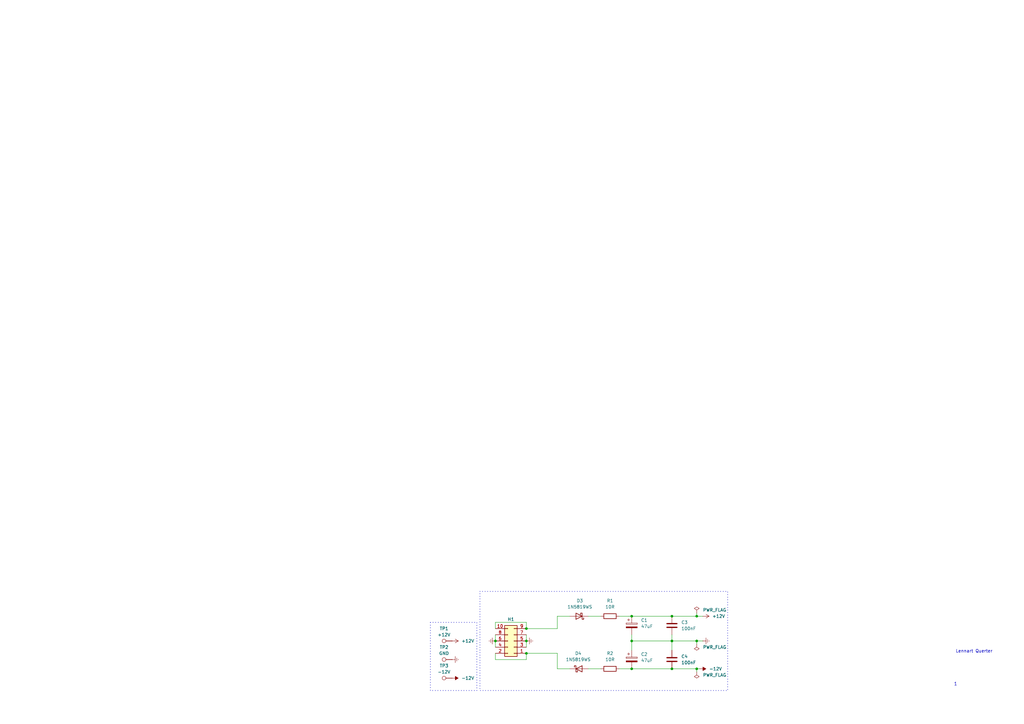
<source format=kicad_sch>
(kicad_sch (version 20231120) (generator "eeschema") (generator_version "8.0")
  (paper "A3")
  (lib_symbols
    (symbol "Connector:TestPoint" (pin_numbers hide) (pin_names (offset 0.762) hide)
      (property "Reference" "TP" (at 0 6.858 0))
      (property "Value" "TestPoint" (at 0 5.08 0))
      (symbol "TestPoint_0_1"
        (circle (center 0 3.302) (radius 0.762))
      )
      (symbol "TestPoint_1_1"
        (pin passive line (at 0 0 90) (length 2.54) (name "1") (number "1"))
      )
    )
    (symbol "Device:C" (pin_numbers hide) (pin_names (offset 0.254))
      (property "Reference" "C" (at 0.635 2.54 0))
      (property "Value" "C" (at 0.635 -2.54 0))
      (symbol "C_0_1"
        (polyline (pts (xy -2.032 -0.762) (xy 2.032 -0.762)) (stroke (width 0.508)))
        (polyline (pts (xy -2.032 0.762) (xy 2.032 0.762)) (stroke (width 0.508)))
      )
      (symbol "C_1_1"
        (pin passive line (at 0 3.81 270) (length 2.794) (name "~") (number "1"))
        (pin passive line (at 0 -3.81 90) (length 2.794) (name "~") (number "2"))
      )
    )
    (symbol "Device:C_Polarized" (pin_numbers hide) (pin_names (offset 0.254))
      (property "Reference" "C" (at 0.635 2.54 0))
      (property "Value" "C_Polarized" (at 0.635 -2.54 0))
      (symbol "C_Polarized_0_1"
        (rectangle (start -2.286 0.508) (end 2.286 1.016))
        (polyline (pts (xy -1.778 2.286) (xy -0.762 2.286)))
        (polyline (pts (xy -1.27 2.794) (xy -1.27 1.778)))
        (rectangle (start 2.286 -0.508) (end -2.286 -1.016) (fill (type outline)))
      )
      (symbol "C_Polarized_1_1"
        (pin passive line (at 0 3.81 270) (length 2.794) (name "~") (number "1"))
        (pin passive line (at 0 -3.81 90) (length 2.794) (name "~") (number "2"))
      )
    )
    (symbol "Device:R" (pin_numbers hide) (pin_names (offset 0))
      (property "Reference" "R" (at 2.032 0 90))
      (property "Value" "R" (at 0 0 90))
      (symbol "R_0_1"
        (rectangle (start -1.016 -2.54) (end 1.016 2.54) (stroke (width 0.254)))
      )
      (symbol "R_1_1"
        (pin passive line (at 0 3.81 270) (length 1.27) (name "~") (number "1"))
        (pin passive line (at 0 -3.81 90) (length 1.27) (name "~") (number "2"))
      )
    )
    (symbol "Diode:1N5819WS" (pin_numbers hide) (pin_names (offset 1.016) hide)
      (property "Reference" "D" (at 0 2.54 0))
      (property "Value" "1N5819WS" (at 0 -2.54 0))
      (symbol "1N5819WS_0_1"
        (polyline (pts (xy 1.27 0) (xy -1.27 0)))
        (polyline (pts (xy 1.27 1.27) (xy 1.27 -1.27) (xy -1.27 0) (xy 1.27 1.27)) (stroke (width 0.254)))
        (polyline (pts (xy -1.905 0.635) (xy -1.905 1.27) (xy -1.27 1.27) (xy -1.27 -1.27) (xy -0.635 -1.27) (xy -0.635 -0.635)) (stroke (width 0.254)))
      )
      (symbol "1N5819WS_1_1"
        (pin passive line (at -3.81 0 0) (length 2.54) (name "K") (number "1"))
        (pin passive line (at 3.81 0 180) (length 2.54) (name "A") (number "2"))
      )
    )
    (symbol "power:+12V" (power) (pin_numbers hide) (pin_names (offset 0) hide)
      (property "Value" "+12V" (at 0 3.556 0))
      (symbol "+12V_0_1"
        (polyline (pts (xy -0.762 1.27) (xy 0 2.54)))
        (polyline (pts (xy 0 0) (xy 0 2.54)))
        (polyline (pts (xy 0 2.54) (xy 0.762 1.27)))
      )
      (symbol "+12V_1_1"
        (pin power_in line (at 0 0 90) (length 0) (name "~") (number "1"))
      )
    )
    (symbol "power:-12V" (power) (pin_numbers hide) (pin_names (offset 0) hide)
      (property "Value" "-12V" (at 0 3.556 0))
      (symbol "-12V_0_0"
        (pin power_in line (at 0 0 90) (length 0) (name "~") (number "1"))
      )
      (symbol "-12V_0_1"
        (polyline (pts (xy 0 0) (xy 0 1.27) (xy 0.762 1.27) (xy 0 2.54) (xy -0.762 1.27) (xy 0 1.27)) (fill (type outline)))
      )
    )
    (symbol "power:GNDREF" (power) (pin_numbers hide) (pin_names (offset 0) hide)
      (property "Value" "GNDREF" (at 0 -3.81 0))
      (symbol "GNDREF_0_1"
        (polyline (pts (xy -0.635 -1.905) (xy 0.635 -1.905)))
        (polyline (pts (xy -0.127 -2.54) (xy 0.127 -2.54)))
        (polyline (pts (xy 0 -1.27) (xy 0 0)))
        (polyline (pts (xy 1.27 -1.27) (xy -1.27 -1.27)))
      )
      (symbol "GNDREF_1_1"
        (pin power_in line (at 0 0 270) (length 0) (name "~") (number "1"))
      )
    )
    (symbol "power:PWR_FLAG" (power) (pin_numbers hide) (pin_names (offset 0) hide)
      (property "Value" "PWR_FLAG" (at 0 3.81 0))
      (symbol "PWR_FLAG_0_0"
        (pin power_out line (at 0 0 90) (length 0) (name "~") (number "1"))
      )
      (symbol "PWR_FLAG_0_1"
        (polyline (pts (xy 0 0) (xy 0 1.27) (xy -1.016 1.905) (xy 0 2.54) (xy 1.016 1.905) (xy 0 1.27)))
      )
    )
    (symbol "synth:Conn_02x05_EuroRack_Power" (pin_names (offset 1.016) hide)
      (property "Reference" "H13" (at 0 -11.43 0))
      (property "Value" "Conn_02x05_PWR_Eurorack" (at 0 -8.89 0))
      (symbol "Conn_02x05_EuroRack_Power_1_1"
        (rectangle (start -2.54 -4.953) (end -1.27 -5.207) (stroke (width 0.1524)))
        (rectangle (start -2.54 -2.413) (end -1.27 -2.667) (stroke (width 0.1524)))
        (rectangle (start -2.54 0.127) (end -1.27 -0.127) (stroke (width 0.1524)))
        (rectangle (start -2.54 2.667) (end -1.27 2.413) (stroke (width 0.1524)))
        (rectangle (start -2.54 5.207) (end -1.27 4.953) (stroke (width 0.1524)))
        (rectangle (start -2.54 6.35) (end 2.54 -6.35) (stroke (width 0.254)) (fill (type background)))
        (rectangle (start 2.54 -4.953) (end 1.27 -5.207) (stroke (width 0.1524)))
        (rectangle (start 2.54 -2.413) (end 1.27 -2.667) (stroke (width 0.1524)))
        (rectangle (start 2.54 0.127) (end 1.27 -0.127) (stroke (width 0.1524)))
        (rectangle (start 2.54 2.667) (end 1.27 2.413) (stroke (width 0.1524)))
        (rectangle (start 2.54 5.207) (end 1.27 4.953) (stroke (width 0.1524)))
        (pin passive line (at -6.35 5.08 0) (length 3.81) (name "Pin_1") (number "1"))
        (pin passive line (at 6.35 -5.08 180) (length 3.81) (name "Pin_10") (number "10"))
        (pin passive line (at 6.35 5.08 180) (length 3.81) (name "Pin_2") (number "2"))
        (pin passive line (at -6.35 2.54 0) (length 3.81) (name "Pin_3") (number "3"))
        (pin passive line (at 6.35 2.54 180) (length 3.81) (name "Pin_4") (number "4"))
        (pin passive line (at -6.35 0 0) (length 3.81) (name "Pin_5") (number "5"))
        (pin passive line (at 6.35 0 180) (length 3.81) (name "Pin_6") (number "6"))
        (pin passive line (at -6.35 -2.54 0) (length 3.81) (name "Pin_7") (number "7"))
        (pin passive line (at 6.35 -2.54 180) (length 3.81) (name "Pin_8") (number "8"))
        (pin passive line (at -6.35 -5.08 0) (length 3.81) (name "Pin_9") (number "9"))
      )
    )
  )
  (junction (at 259.08 262.89))
  (junction (at 215.9 257.81))
  (junction (at 285.75 274.32))
  (junction (at 275.59 262.89))
  (junction (at 203.2 262.89))
  (junction (at 285.75 252.73))
  (junction (at 275.59 274.32))
  (junction (at 259.08 252.73))
  (junction (at 215.9 262.89))
  (junction (at 215.9 267.97))
  (junction (at 259.08 274.32))
  (junction (at 285.75 262.89))
  (junction (at 275.59 252.73))
  (wire (pts (xy 215.9 270.51) (xy 215.9 267.97)))
  (wire (pts (xy 228.6 252.73) (xy 233.68 252.73)))
  (wire (pts (xy 215.9 255.27) (xy 203.2 255.27)))
  (wire (pts (xy 215.9 257.81) (xy 215.9 255.27)))
  (wire (pts (xy 215.9 260.35) (xy 215.9 262.89)))
  (wire (pts (xy 228.6 267.97) (xy 228.6 274.32)))
  (wire (pts (xy 228.6 274.32) (xy 233.68 274.32)))
  (wire (pts (xy 259.08 274.32) (xy 275.59 274.32)))
  (wire (pts (xy 275.59 274.32) (xy 285.75 274.32)))
  (wire (pts (xy 275.59 262.89) (xy 285.75 262.89)))
  (wire (pts (xy 203.2 267.97) (xy 203.2 270.51)))
  (wire (pts (xy 241.3 274.32) (xy 246.38 274.32)))
  (wire (pts (xy 215.9 262.89) (xy 215.9 265.43)))
  (wire (pts (xy 259.08 260.35) (xy 259.08 262.89)))
  (wire (pts (xy 285.75 274.32) (xy 287.02 274.32)))
  (wire (pts (xy 285.75 264.16) (xy 285.75 262.89)))
  (wire (pts (xy 259.08 252.73) (xy 275.59 252.73)))
  (wire (pts (xy 203.2 260.35) (xy 203.2 262.89)))
  (wire (pts (xy 285.75 262.89) (xy 288.29 262.89)))
  (wire (pts (xy 228.6 252.73) (xy 228.6 257.81)))
  (wire (pts (xy 241.3 252.73) (xy 246.38 252.73)))
  (wire (pts (xy 259.08 262.89) (xy 259.08 266.7)))
  (wire (pts (xy 215.9 267.97) (xy 228.6 267.97)))
  (wire (pts (xy 254 274.32) (xy 259.08 274.32)))
  (wire (pts (xy 275.59 252.73) (xy 285.75 252.73)))
  (wire (pts (xy 254 252.73) (xy 259.08 252.73)))
  (wire (pts (xy 285.75 275.59) (xy 285.75 274.32)))
  (wire (pts (xy 285.75 252.73) (xy 288.29 252.73)))
  (wire (pts (xy 203.2 262.89) (xy 203.2 265.43)))
  (wire (pts (xy 203.2 270.51) (xy 215.9 270.51)))
  (wire (pts (xy 259.08 262.89) (xy 275.59 262.89)))
  (wire (pts (xy 275.59 262.89) (xy 275.59 266.7)))
  (wire (pts (xy 228.6 257.81) (xy 215.9 257.81)))
  (wire (pts (xy 275.59 260.35) (xy 275.59 262.89)))
  (wire (pts (xy 203.2 255.27) (xy 203.2 257.81)))
  (wire (pts (xy 285.75 251.46) (xy 285.75 252.73)))
  (rectangle (start 176.53 255.27) (end 195.58 283.21) (stroke (width 0.254) (type dot)))
  (rectangle (start 196.85 242.57) (end 298.45 283.21) (stroke (width 0.25) (type dot)))
  (text "Lennart Querter" (at 399.542 267.208 0) (effects (font (size 1.27 1.27))))
  (text "1" (at 391.922 280.67 0) (effects (font (size 1.27 1.27))))
  (symbol (lib_id "power:-12V") (at 287.02 274.32 270) (unit 1)
    (property "Reference" "#PWR09" (effects (hide yes)))
    (property "Value" "-12V" (at 290.83 274.3199 90) (effects (justify left)))
    (property "Description" "Power symbol creates a global label with name \"-12V\"" (effects (hide yes)))
  )
  (symbol (lib_id "Device:C") (at 275.59 270.51 0) (unit 1)
    (property "Reference" "C4" (at 279.4 269.2399 0) (effects (justify left)))
    (property "Value" "100nF" (at 279.4 271.7799 0) (effects (justify left)))
    (property "Footprint" "Capacitor_SMD:C_0805_2012Metric_Pad1.18x1.45mm_HandSolder" (effects (hide yes)))
    (property "Description" "Unpolarized capacitor" (effects (hide yes)))
  )
  (symbol (lib_id "Device:R") (at 250.19 274.32 90) (unit 1)
    (property "Reference" "R2" (at 250.19 267.97 90))
    (property "Value" "10R" (at 250.19 270.51 90))
    (property "Footprint" "Resistor_SMD:R_0805_2012Metric_Pad1.20x1.40mm_HandSolder" (effects (hide yes)))
    (property "Description" "Resistor" (effects (hide yes)))
  )
  (symbol (lib_id "power:PWR_FLAG") (at 285.75 251.46 0) (unit 1) (exclude_from_sim yes) (in_bom no)
    (property "Reference" "#FLG01" (effects (hide yes)))
    (property "Value" "PWR_FLAG" (at 288.29 250.1899 0) (effects (justify left)))
    (property "Description" "Special symbol for telling ERC where power comes from" (effects (hide yes)))
  )
  (symbol (lib_id "Connector:TestPoint") (at 185.42 262.89 90) (unit 1) (in_bom no)
    (property "Reference" "TP1" (at 182.118 257.81 90))
    (property "Value" "+12V" (at 182.118 260.35 90))
    (property "Footprint" "Connector_Pin:Pin_D1.0mm_L10.0mm" (effects (hide yes)))
    (property "Description" "test point" (effects (hide yes)))
  )
  (symbol (lib_id "power:PWR_FLAG") (at 285.75 264.16 180) (unit 1) (exclude_from_sim yes) (in_bom no)
    (property "Reference" "#FLG02" (effects (hide yes)))
    (property "Value" "PWR_FLAG" (at 288.29 265.4299 0) (effects (justify right)))
    (property "Description" "Special symbol for telling ERC where power comes from" (effects (hide yes)))
  )
  (symbol (lib_id "Device:C_Polarized") (at 259.08 270.51 0) (unit 1)
    (property "Reference" "C2" (at 262.89 268.3509 0) (effects (justify left)))
    (property "Value" "47uF" (at 262.89 270.8909 0) (effects (justify left)))
    (property "Footprint" "Capacitor_THT:CP_Radial_D6.3mm_P2.50mm" (effects (hide yes)))
    (property "Description" "Polarized capacitor" (effects (hide yes)))
  )
  (symbol (lib_id "power:GNDREF") (at 288.29 262.89 90) (unit 1)
    (property "Reference" "#PWR011" (effects (hide yes)))
    (property "Value" "GNDREF" (effects (hide yes)))
    (property "Description" "Power symbol creates a global label with name \"GNDREF\" , reference supply ground" (effects (hide yes)))
  )
  (symbol (lib_id "synth:Conn_02x05_EuroRack_Power") (at 209.55 262.89 180) (unit 1)
    (property "Reference" "H1" (at 209.55 254 0))
    (property "Value" "Conn_02x05_PWR_Eurorack" (effects (hide yes)))
    (property "Footprint" "Synth:IDC-Header_2x05_P2.54mm_Vertical" (effects (hide yes)))
  )
  (symbol (lib_id "Device:C_Polarized") (at 259.08 256.54 0) (unit 1)
    (property "Reference" "C1" (at 262.89 254.3809 0) (effects (justify left)))
    (property "Value" "47uF" (at 262.89 256.9209 0) (effects (justify left)))
    (property "Footprint" "Capacitor_THT:CP_Radial_D6.3mm_P2.50mm" (effects (hide yes)))
    (property "Description" "Polarized capacitor" (effects (hide yes)))
  )
  (symbol (lib_id "power:GNDREF") (at 215.9 262.89 90) (unit 1)
    (property "Reference" "#PWR08" (effects (hide yes)))
    (property "Value" "GNDREF" (effects (hide yes)))
    (property "Description" "Power symbol creates a global label with name \"GNDREF\" , reference supply ground" (effects (hide yes)))
  )
  (symbol (lib_id "power:GNDREF") (at 185.42 270.51 90) (unit 1)
    (property "Reference" "#PWR024" (effects (hide yes)))
    (property "Value" "GNDREF" (effects (hide yes)))
    (property "Description" "Power symbol creates a global label with name \"GNDREF\" , reference supply ground" (effects (hide yes)))
  )
  (symbol (lib_id "power:GNDREF") (at 203.2 262.89 270) (unit 1)
    (property "Reference" "#PWR07" (effects (hide yes)))
    (property "Value" "GNDREF" (effects (hide yes)))
    (property "Description" "Power symbol creates a global label with name \"GNDREF\" , reference supply ground" (effects (hide yes)))
  )
  (symbol (lib_id "Connector:TestPoint") (at 185.42 278.13 90) (unit 1) (in_bom no)
    (property "Reference" "TP3" (at 182.118 273.05 90))
    (property "Value" "-12V" (at 182.118 275.59 90))
    (property "Footprint" "Connector_Pin:Pin_D1.0mm_L10.0mm" (effects (hide yes)))
    (property "Description" "test point" (effects (hide yes)))
  )
  (symbol (lib_id "power:-12V") (at 185.42 278.13 270) (unit 1)
    (property "Reference" "#PWR025" (effects (hide yes)))
    (property "Value" "-12V" (at 189.23 278.1299 90) (effects (justify left)))
    (property "Description" "Power symbol creates a global label with name \"-12V\"" (effects (hide yes)))
  )
  (symbol (lib_id "power:+12V") (at 185.42 262.89 270) (unit 1)
    (property "Reference" "#PWR023" (effects (hide yes)))
    (property "Value" "+12V" (at 189.23 262.8899 90) (effects (justify left)))
    (property "Description" "Power symbol creates a global label with name \"+12V\"" (effects (hide yes)))
  )
  (symbol (lib_id "power:+12V") (at 288.29 252.73 270) (unit 1)
    (property "Reference" "#PWR010" (effects (hide yes)))
    (property "Value" "+12V" (at 292.1 252.7299 90) (effects (justify left)))
    (property "Description" "Power symbol creates a global label with name \"+12V\"" (effects (hide yes)))
  )
  (symbol (lib_id "Device:C") (at 275.59 256.54 0) (unit 1)
    (property "Reference" "C3" (at 279.4 255.2699 0) (effects (justify left)))
    (property "Value" "100nF" (at 279.4 257.8099 0) (effects (justify left)))
    (property "Footprint" "Capacitor_SMD:C_0805_2012Metric_Pad1.18x1.45mm_HandSolder" (effects (hide yes)))
    (property "Description" "Unpolarized capacitor" (effects (hide yes)))
  )
  (symbol (lib_id "Device:R") (at 250.19 252.73 90) (unit 1)
    (property "Reference" "R1" (at 250.19 246.38 90))
    (property "Value" "10R" (at 250.19 248.92 90))
    (property "Footprint" "Resistor_SMD:R_0805_2012Metric_Pad1.20x1.40mm_HandSolder" (effects (hide yes)))
    (property "Description" "Resistor" (effects (hide yes)))
  )
  (symbol (lib_id "Connector:TestPoint") (at 185.42 270.51 90) (unit 1) (in_bom no)
    (property "Reference" "TP2" (at 182.118 265.43 90))
    (property "Value" "GND" (at 182.118 267.97 90))
    (property "Footprint" "Connector_Pin:Pin_D1.0mm_L10.0mm" (effects (hide yes)))
    (property "Description" "test point" (effects (hide yes)))
  )
  (symbol (lib_id "Diode:1N5819WS") (at 237.49 274.32 0) (unit 1)
    (property "Reference" "D4" (at 237.1725 267.97 0))
    (property "Value" "1N5819WS" (at 237.1725 270.51 0))
    (property "Footprint" "Diode_SMD:D_SOD-323_HandSoldering" (effects (hide yes)))
    (property "Datasheet" "https://datasheet.lcsc.com/lcsc/2204281430_Guangdong-Hottech-1N5819WS_C191023.pdf" (effects (hide yes)))
    (property "Description" "40V 600mV@1A 1A SOD-323 Schottky Barrier Diodes, SOD-323" (effects (hide yes)))
  )
  (symbol (lib_id "power:PWR_FLAG") (at 285.75 275.59 180) (unit 1) (exclude_from_sim yes) (in_bom no)
    (property "Reference" "#FLG03" (effects (hide yes)))
    (property "Value" "PWR_FLAG" (at 288.29 276.8599 0) (effects (justify right)))
    (property "Description" "Special symbol for telling ERC where power comes from" (effects (hide yes)))
  )
  (symbol (lib_id "Diode:1N5819WS") (at 237.49 252.73 180) (unit 1)
    (property "Reference" "D3" (at 237.8075 246.38 0))
    (property "Value" "1N5819WS" (at 237.8075 248.92 0))
    (property "Footprint" "Diode_SMD:D_SOD-323_HandSoldering" (effects (hide yes)))
    (property "Datasheet" "https://datasheet.lcsc.com/lcsc/2204281430_Guangdong-Hottech-1N5819WS_C191023.pdf" (effects (hide yes)))
    (property "Description" "40V 600mV@1A 1A SOD-323 Schottky Barrier Diodes, SOD-323" (effects (hide yes)))
  )
)
</source>
